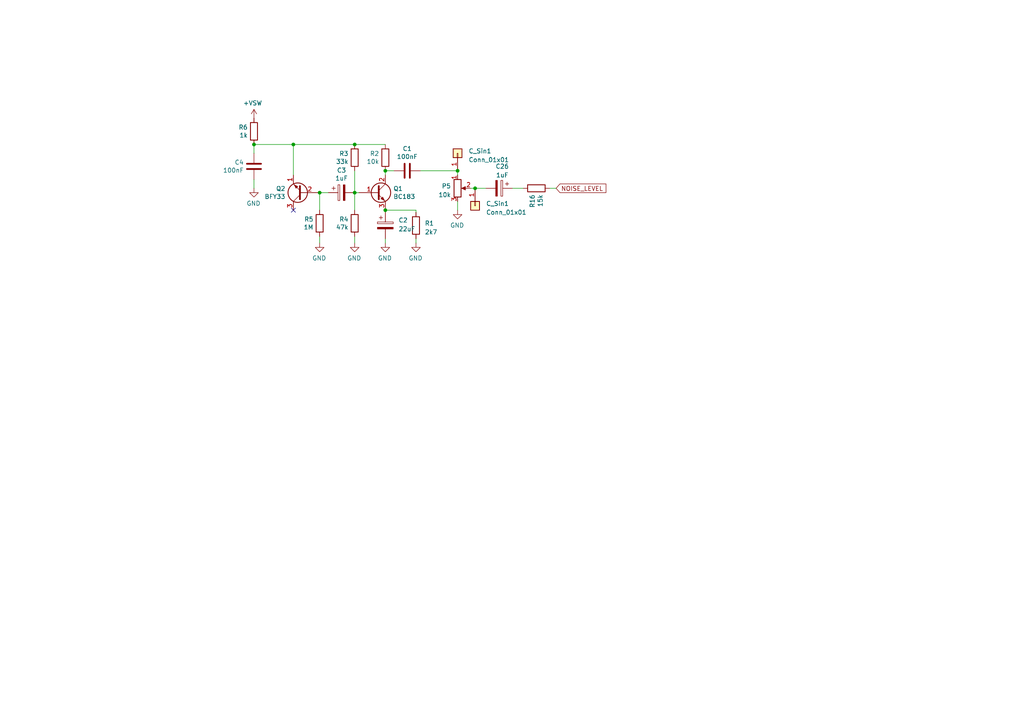
<source format=kicad_sch>
(kicad_sch (version 20230121) (generator eeschema)
  (paper "A4")
  (lib_symbols
    (symbol "Connector_Generic:Conn_01x01" (pin_names (offset 1.016) hide)
      (property "Reference" "J" (at 0 2.54 0))
      (property "Value" "Conn_01x01" (at 0 -2.54 0))
      (symbol "Conn_01x01_1_1"
        (rectangle (start -1.27 0.127) (end 0 -0.127) (stroke (width 0.1524)))
        (rectangle (start -1.27 1.27) (end 1.27 -1.27) (stroke (width 0.254)) (fill (type background)))
        (pin passive line (at -5.08 0 0) (length 3.81) (name "Pin_1") (number "1"))
      )
    )
    (symbol "Device:C" (pin_numbers hide) (pin_names (offset 0.254))
      (property "Reference" "C" (at 0.635 2.54 0))
      (property "Value" "C" (at 0.635 -2.54 0))
      (symbol "C_0_1"
        (polyline (pts (xy -2.032 -0.762) (xy 2.032 -0.762)) (stroke (width 0.508)))
        (polyline (pts (xy -2.032 0.762) (xy 2.032 0.762)) (stroke (width 0.508)))
      )
      (symbol "C_1_1"
        (pin passive line (at 0 3.81 270) (length 2.794) (name "~") (number "1"))
        (pin passive line (at 0 -3.81 90) (length 2.794) (name "~") (number "2"))
      )
    )
    (symbol "Device:C_Polarized" (pin_numbers hide) (pin_names (offset 0.254))
      (property "Reference" "C" (at 0.635 2.54 0))
      (property "Value" "C_Polarized" (at 0.635 -2.54 0))
      (symbol "C_Polarized_0_1"
        (rectangle (start -2.286 0.508) (end 2.286 1.016))
        (polyline (pts (xy -1.778 2.286) (xy -0.762 2.286)))
        (polyline (pts (xy -1.27 2.794) (xy -1.27 1.778)))
        (rectangle (start 2.286 -0.508) (end -2.286 -1.016) (fill (type outline)))
      )
      (symbol "C_Polarized_1_1"
        (pin passive line (at 0 3.81 270) (length 2.794) (name "~") (number "1"))
        (pin passive line (at 0 -3.81 90) (length 2.794) (name "~") (number "2"))
      )
    )
    (symbol "Device:Q_NPN_BCE" (pin_names (offset 0) hide)
      (property "Reference" "Q" (at 5.08 1.27 0))
      (property "Value" "Q_NPN_BCE" (at 5.08 -1.27 0))
      (symbol "Q_NPN_BCE_0_1"
        (polyline (pts (xy 0.635 0.635) (xy 2.54 2.54)))
        (polyline (pts (xy 0.635 -0.635) (xy 2.54 -2.54) (xy 2.54 -2.54)))
        (polyline (pts (xy 0.635 1.905) (xy 0.635 -1.905) (xy 0.635 -1.905)) (stroke (width 0.508)))
        (polyline (pts (xy 1.27 -1.778) (xy 1.778 -1.27) (xy 2.286 -2.286) (xy 1.27 -1.778) (xy 1.27 -1.778)) (fill (type outline)))
        (circle (center 1.27 0) (radius 2.8194) (stroke (width 0.254)))
      )
      (symbol "Q_NPN_BCE_1_1"
        (pin input line (at -5.08 0 0) (length 5.715) (name "B") (number "1"))
        (pin passive line (at 2.54 5.08 270) (length 2.54) (name "C") (number "2"))
        (pin passive line (at 2.54 -5.08 90) (length 2.54) (name "E") (number "3"))
      )
    )
    (symbol "Device:R" (pin_numbers hide) (pin_names (offset 0))
      (property "Reference" "R" (at 2.032 0 90))
      (property "Value" "R" (at 0 0 90))
      (symbol "R_0_1"
        (rectangle (start -1.016 -2.54) (end 1.016 2.54) (stroke (width 0.254)))
      )
      (symbol "R_1_1"
        (pin passive line (at 0 3.81 270) (length 1.27) (name "~") (number "1"))
        (pin passive line (at 0 -3.81 90) (length 1.27) (name "~") (number "2"))
      )
    )
    (symbol "Device:R_Potentiometer" (pin_names (offset 1.016) hide)
      (property "Reference" "RV" (at -4.445 0 90))
      (property "Value" "R_Potentiometer" (at -2.54 0 90))
      (symbol "R_Potentiometer_0_1"
        (polyline (pts (xy 2.54 0) (xy 1.524 0)))
        (polyline (pts (xy 1.143 0) (xy 2.286 0.508) (xy 2.286 -0.508) (xy 1.143 0)) (fill (type outline)))
        (rectangle (start 1.016 2.54) (end -1.016 -2.54) (stroke (width 0.254)))
      )
      (symbol "R_Potentiometer_1_1"
        (pin passive line (at 0 3.81 270) (length 1.27) (name "1") (number "1"))
        (pin passive line (at 3.81 0 180) (length 1.27) (name "2") (number "2"))
        (pin passive line (at 0 -3.81 90) (length 1.27) (name "3") (number "3"))
      )
    )
    (symbol "Transistor_BJT:2N3904" (pin_names (offset 0) hide)
      (property "Reference" "Q" (at 5.08 1.905 0))
      (property "Value" "2N3904" (at 5.08 0 0))
      (symbol "2N3904_0_1"
        (polyline (pts (xy 0.635 0.635) (xy 2.54 2.54)))
        (polyline (pts (xy 0.635 -0.635) (xy 2.54 -2.54) (xy 2.54 -2.54)))
        (polyline (pts (xy 0.635 1.905) (xy 0.635 -1.905) (xy 0.635 -1.905)) (stroke (width 0.508)))
        (polyline (pts (xy 1.27 -1.778) (xy 1.778 -1.27) (xy 2.286 -2.286) (xy 1.27 -1.778) (xy 1.27 -1.778)) (fill (type outline)))
        (circle (center 1.27 0) (radius 2.8194) (stroke (width 0.254)))
      )
      (symbol "2N3904_1_1"
        (pin passive line (at 2.54 -5.08 90) (length 2.54) (name "E") (number "1"))
        (pin passive line (at -5.08 0 0) (length 5.715) (name "B") (number "2"))
        (pin passive line (at 2.54 5.08 270) (length 2.54) (name "C") (number "3"))
      )
    )
    (symbol "janel-panel-minimoog-rescue:CP-Device" (pin_numbers hide) (pin_names (offset 0.254))
      (property "Reference" "C" (at 0.635 2.54 0))
      (property "Value" "Device_CP" (at 0.635 -2.54 0))
      (symbol "CP-Device_0_1"
        (rectangle (start -2.286 0.508) (end 2.286 1.016))
        (polyline (pts (xy -1.778 2.286) (xy -0.762 2.286)))
        (polyline (pts (xy -1.27 2.794) (xy -1.27 1.778)))
        (rectangle (start 2.286 -0.508) (end -2.286 -1.016) (fill (type outline)))
      )
      (symbol "CP-Device_1_1"
        (pin passive line (at 0 3.81 270) (length 2.794) (name "~") (number "1"))
        (pin passive line (at 0 -3.81 90) (length 2.794) (name "~") (number "2"))
      )
    )
    (symbol "power:+VSW" (power) (pin_names (offset 0))
      (property "Value" "+VSW" (at 0 3.556 0))
      (symbol "+VSW_0_1"
        (polyline (pts (xy -0.762 1.27) (xy 0 2.54)))
        (polyline (pts (xy 0 0) (xy 0 2.54)))
        (polyline (pts (xy 0 2.54) (xy 0.762 1.27)))
      )
      (symbol "+VSW_1_1"
        (pin power_in line (at 0 0 90) (length 0) hide (name "+VSW") (number "1"))
      )
    )
    (symbol "power:GND" (power) (pin_names (offset 0))
      (property "Value" "GND" (at 0 -3.81 0))
      (symbol "GND_0_1"
        (polyline (pts (xy 0 0) (xy 0 -1.27) (xy 1.27 -1.27) (xy 0 -2.54) (xy -1.27 -1.27) (xy 0 -1.27)))
      )
      (symbol "GND_1_1"
        (pin power_in line (at 0 0 270) (length 0) hide (name "GND") (number "1"))
      )
    )
  )
  (junction (at 137.795 54.61))
  (junction (at 111.76 49.53))
  (junction (at 132.715 49.53))
  (junction (at 92.71 55.88))
  (junction (at 111.76 60.96))
  (junction (at 102.87 41.91))
  (junction (at 102.87 55.88))
  (junction (at 85.09 41.91))
  (junction (at 73.66 41.91))
  (no_connect (at 85.09 60.96))
  (wire (pts (xy 159.385 54.61) (xy 161.29 54.61)))
  (wire (pts (xy 111.76 60.96) (xy 120.65 60.96)))
  (wire (pts (xy 102.87 41.91) (xy 85.09 41.91)))
  (wire (pts (xy 102.87 60.96) (xy 102.87 55.88)))
  (wire (pts (xy 73.66 41.91) (xy 73.66 44.45)))
  (wire (pts (xy 92.71 55.88) (xy 92.71 60.96)))
  (wire (pts (xy 85.09 41.91) (xy 73.66 41.91)))
  (wire (pts (xy 120.65 70.485) (xy 120.65 69.215)))
  (wire (pts (xy 92.71 70.485) (xy 92.71 68.58)))
  (wire (pts (xy 85.09 50.8) (xy 85.09 41.91)))
  (wire (pts (xy 132.715 50.8) (xy 132.715 49.53)))
  (wire (pts (xy 121.92 49.53) (xy 132.715 49.53)))
  (wire (pts (xy 95.25 55.88) (xy 92.71 55.88)))
  (wire (pts (xy 102.87 55.88) (xy 104.14 55.88)))
  (wire (pts (xy 136.525 54.61) (xy 137.795 54.61)))
  (wire (pts (xy 102.87 70.485) (xy 102.87 68.58)))
  (wire (pts (xy 132.715 60.96) (xy 132.715 58.42)))
  (wire (pts (xy 137.795 54.61) (xy 140.97 54.61)))
  (wire (pts (xy 73.66 54.61) (xy 73.66 52.07)))
  (wire (pts (xy 111.76 41.91) (xy 102.87 41.91)))
  (wire (pts (xy 111.76 70.485) (xy 111.76 69.215)))
  (wire (pts (xy 114.3 49.53) (xy 111.76 49.53)))
  (wire (pts (xy 102.87 55.88) (xy 102.87 49.53)))
  (wire (pts (xy 111.76 61.595) (xy 111.76 60.96)))
  (wire (pts (xy 120.65 60.96) (xy 120.65 61.595)))
  (wire (pts (xy 148.59 54.61) (xy 151.765 54.61)))
  (wire (pts (xy 111.76 50.8) (xy 111.76 49.53)))
  (global_label "NOISE_LEVEL" (shape input) (at 161.29 54.61 0) (property "Intersheetrefs" "${INTERSHEET_REFS}" (effects hide)))
  (symbol (lib_id "Device:R") (at 102.87 45.72 0) (mirror y) (unit 1)
    (property "Reference" "R3" (at 101.092 44.5516 0) (effects (justify left)))
    (property "Value" "33k" (at 101.092 46.863 0) (effects (justify left)))
    (property "Footprint" "Resistor_THT:R_Axial_DIN0207_L6.3mm_D2.5mm_P15.24mm_Horizontal" (effects hide))
  )
  (symbol (lib_id "Device:R") (at 111.76 45.72 0) (mirror y) (unit 1)
    (property "Reference" "R2" (at 109.982 44.5516 0) (effects (justify left)))
    (property "Value" "10k" (at 109.982 46.863 0) (effects (justify left)))
    (property "Footprint" "Resistor_THT:R_Axial_DIN0207_L6.3mm_D2.5mm_P15.24mm_Horizontal" (effects hide))
  )
  (symbol (lib_id "Device:R") (at 120.65 65.405 0) (mirror y) (unit 1)
    (property "Reference" "R1" (at 123.19 64.77 0) (effects (justify right)))
    (property "Value" "2k7" (at 123.19 67.31 0) (effects (justify right)))
    (property "Footprint" "Resistor_THT:R_Axial_DIN0207_L6.3mm_D2.5mm_P15.24mm_Horizontal" (effects hide))
  )
  (symbol (lib_id "Device:R") (at 73.66 38.1 0) (mirror y) (unit 1)
    (property "Reference" "R6" (at 71.882 36.9316 0) (effects (justify left)))
    (property "Value" "1k" (at 71.882 39.243 0) (effects (justify left)))
    (property "Footprint" "Resistor_THT:R_Axial_DIN0207_L6.3mm_D2.5mm_P15.24mm_Horizontal" (effects hide))
  )
  (symbol (lib_id "Device:R") (at 102.87 64.77 0) (mirror y) (unit 1)
    (property "Reference" "R4" (at 101.092 63.6016 0) (effects (justify left)))
    (property "Value" "47k" (at 101.092 65.913 0) (effects (justify left)))
    (property "Footprint" "Resistor_THT:R_Axial_DIN0207_L6.3mm_D2.5mm_P15.24mm_Horizontal" (effects hide))
  )
  (symbol (lib_id "Device:R") (at 92.71 64.77 0) (mirror y) (unit 1)
    (property "Reference" "R5" (at 90.932 63.6016 0) (effects (justify left)))
    (property "Value" "1M" (at 90.932 65.913 0) (effects (justify left)))
    (property "Footprint" "Resistor_THT:R_Axial_DIN0207_L6.3mm_D2.5mm_P15.24mm_Horizontal" (effects hide))
  )
  (symbol (lib_id "Device:C") (at 118.11 49.53 90) (mirror x) (unit 1)
    (property "Reference" "C1" (at 118.11 43.1292 90))
    (property "Value" "100nF" (at 118.11 45.4406 90))
    (property "Footprint" "Capacitor_THT:C_Disc_D5.0mm_W2.5mm_P5.00mm" (effects hide))
  )
  (symbol (lib_id "janel-panel-minimoog-rescue:CP-Device") (at 99.06 55.88 90) (mirror x) (unit 1)
    (property "Reference" "C3" (at 99.06 49.403 90))
    (property "Value" "1uF" (at 99.06 51.7144 90))
    (property "Footprint" "Capacitor_THT:CP_Radial_D6.3mm_P2.50mm" (effects hide))
  )
  (symbol (lib_id "Device:C") (at 73.66 48.26 0) (mirror y) (unit 1)
    (property "Reference" "C4" (at 70.739 47.0916 0) (effects (justify left)))
    (property "Value" "100nF" (at 70.739 49.403 0) (effects (justify left)))
    (property "Footprint" "Capacitor_THT:C_Disc_D5.0mm_W2.5mm_P5.00mm" (effects hide))
  )
  (symbol (lib_id "Transistor_BJT:2N3904") (at 87.63 55.88 180) (unit 1)
    (property "Reference" "Q2" (at 82.804 54.7116 0) (effects (justify left)))
    (property "Value" "BFY33" (at 82.804 57.023 0) (effects (justify left)))
    (property "Footprint" "Package_TO_SOT_THT:TO-92L_Inline_Wide" (effects hide))
    (property "Datasheet" "https://www.fairchildsemi.com/datasheets/2N/2N3904.pdf" (effects hide))
  )
  (symbol (lib_id "power:+VSW") (at 73.66 34.29 0) (mirror y) (unit 1)
    (property "Reference" "#PWR07" (effects hide))
    (property "Value" "+VSW" (at 73.279 29.8958 0))
  )
  (symbol (lib_id "power:GND") (at 73.66 54.61 0) (mirror y) (unit 1)
    (property "Reference" "#PWR08" (effects hide))
    (property "Value" "GND" (at 73.533 59.0042 0))
  )
  (symbol (lib_id "Device:Q_NPN_BCE") (at 109.22 55.88 0) (unit 1)
    (property "Reference" "Q1" (at 114.0714 54.7116 0) (effects (justify left)))
    (property "Value" "BC183" (at 114.0714 57.023 0) (effects (justify left)))
    (property "Footprint" "Package_TO_SOT_THT:TO-92L_Inline_Wide" (effects hide))
  )
  (symbol (lib_id "power:GND") (at 132.715 60.96 0) (mirror y) (unit 1)
    (property "Reference" "#PWR0140" (effects hide))
    (property "Value" "GND" (at 132.588 65.3542 0))
  )
  (symbol (lib_id "power:GND") (at 120.65 70.485 0) (mirror y) (unit 1)
    (property "Reference" "#PWR0141" (effects hide))
    (property "Value" "GND" (at 120.523 74.8792 0))
  )
  (symbol (lib_id "power:GND") (at 111.76 70.485 0) (mirror y) (unit 1)
    (property "Reference" "#PWR0142" (effects hide))
    (property "Value" "GND" (at 111.633 74.8792 0))
  )
  (symbol (lib_id "power:GND") (at 102.87 70.485 0) (mirror y) (unit 1)
    (property "Reference" "#PWR0143" (effects hide))
    (property "Value" "GND" (at 102.743 74.8792 0))
  )
  (symbol (lib_id "power:GND") (at 92.71 70.485 0) (mirror y) (unit 1)
    (property "Reference" "#PWR0144" (effects hide))
    (property "Value" "GND" (at 92.583 74.8792 0))
  )
  (symbol (lib_id "Device:R") (at 155.575 54.61 90) (mirror x) (unit 1)
    (property "Reference" "R16" (at 154.4066 56.388 0) (effects (justify left)))
    (property "Value" "15k" (at 156.718 56.388 0) (effects (justify left)))
    (property "Footprint" "Resistor_THT:R_Axial_DIN0207_L6.3mm_D2.5mm_P15.24mm_Horizontal" (effects hide))
  )
  (symbol (lib_id "Device:C_Polarized") (at 144.78 54.61 270) (unit 1)
    (property "Reference" "C26" (at 145.669 48.26 90))
    (property "Value" "1uF" (at 145.669 50.8 90))
    (property "Footprint" "Capacitor_THT:CP_Radial_D6.3mm_P2.50mm" (effects hide))
  )
  (symbol (lib_id "Connector_Generic:Conn_01x01") (at 137.795 59.69 270) (unit 1)
    (property "Reference" "C_Sin1" (at 140.97 59.055 90) (effects (justify left)))
    (property "Value" "Conn_01x01" (at 140.97 61.595 90) (effects (justify left)))
    (property "Footprint" "Connector_PinHeader_2.54mm:PinHeader_1x01_P2.54mm_Vertical" (effects hide))
    (instances (project "janel-panel-minimoog" (path "" (reference "C_Sin1") (unit 1)) (path "" (reference "C_Sin2") (unit 1)) (path "" (reference "P5-3") (unit 1))))
  )
  (symbol (lib_id "Device:R_Potentiometer") (at 132.715 54.61 0) (unit 1) (on_board no)
    (property "Reference" "P5" (at 130.81 53.975 0) (effects (justify right)))
    (property "Value" "10k" (at 130.81 56.515 0) (effects (justify right)))
    (property "Footprint" "Connector_PinSocket_2.54mm:PinSocket_1x03_P2.54mm_Vertical" (effects hide))
  )
  (symbol (lib_id "Connector_Generic:Conn_01x01") (at 132.715 44.45 90) (unit 1)
    (property "Reference" "C_Sin1" (at 135.89 43.815 90) (effects (justify right)))
    (property "Value" "Conn_01x01" (at 135.89 46.355 90) (effects (justify right)))
    (property "Footprint" "Connector_PinHeader_2.54mm:PinHeader_1x01_P2.54mm_Vertical" (effects hide))
    (instances (project "janel-panel-minimoog" (path "" (reference "C_Sin1") (unit 1)) (path "" (reference "C_Sin2") (unit 1)) (path "" (reference "P5-1") (unit 1))))
  )
  (symbol (lib_id "Device:C_Polarized") (at 111.76 65.405 0) (unit 1)
    (property "Reference" "C2" (at 115.57 63.881 0) (effects (justify left)))
    (property "Value" "22uF" (at 115.57 66.421 0) (effects (justify left)))
    (property "Footprint" "Capacitor_THT:CP_Radial_D6.3mm_P2.50mm" (effects hide))
  )
)
</source>
